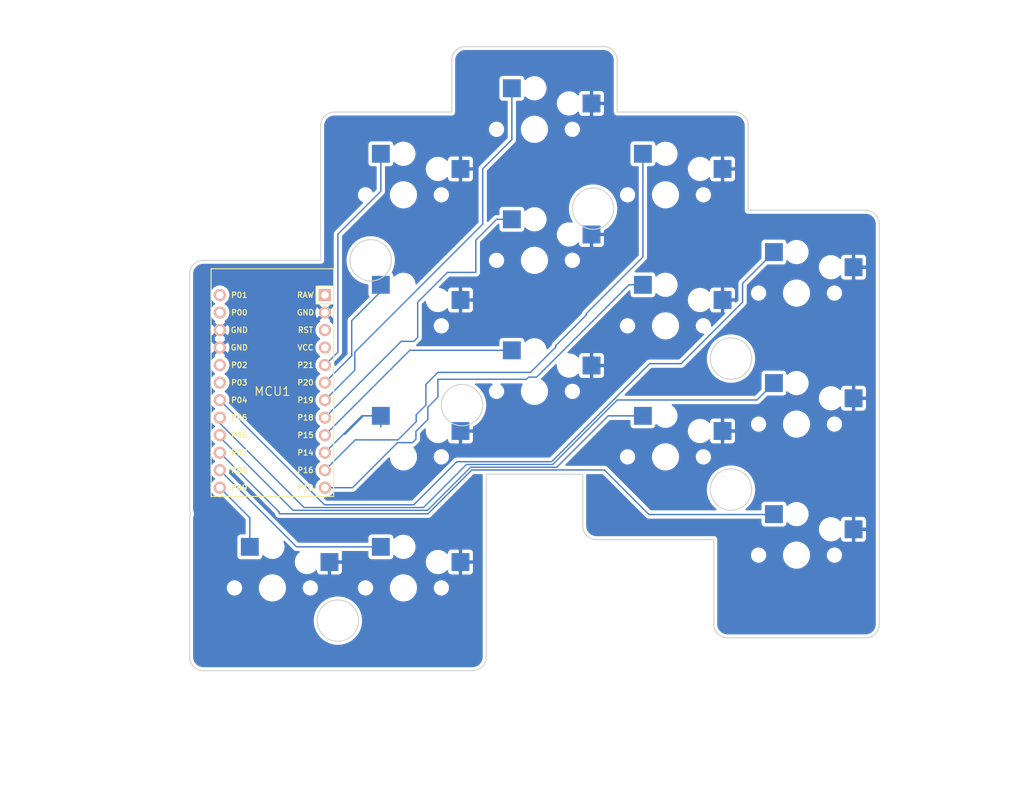
<source format=kicad_pcb>
(kicad_pcb (version 20240108) (generator "pcbnew") (generator_version "8.0")
  (title_block (title "roo_right") (date "2024-11-14") (rev "0.1.0") (company "Reginald Robinson"))
  (layers (0 "F.Cu" signal) (31 "B.Cu" signal) (34 "B.Paste" user) (35 "F.Paste" user) (36 "B.SilkS" user "B.Silkscreen") (37 "F.SilkS" user "F.Silkscreen") (38 "B.Mask" user) (39 "F.Mask" user) (44 "Edge.Cuts" user))
  (net 0 "")
  (net 1 "P7")
  (net 2 "GND")
  (net 3 "P5")
  (net 4 "P4")
  (net 5 "P6")
  (net 6 "P10")
  (net 7 "P16")
  (net 8 "P15")
  (net 9 "P18")
  (net 10 "P19")
  (net 11 "P20")
  (net 12 "P21")
  (net 13 "P8")
  (net 14 "P9")
  (net 15 "RAW")
  (net 16 "RST")
  (net 17 "VCC")
  (net 18 "P14")
  (net 19 "P1")
  (net 20 "P0")
  (net 21 "P2")
  (net 22 "P3")
  (footprint "PG1350" (layer "F.Cu") (at -19 -14.25)
    (property "Reference" "S4" (at 0 0 0) (layer "F.SilkS") (effects (font (size 1.27 1.27))))
    (property "Value" "" (hide yes))
    (pad "" np_thru_hole circle (at -5.5 0) (size 1.7018 1.7018) (drill 1.7018) (layers "*.Cu" "*.Mask"))
    (pad "" np_thru_hole circle (at 0 -5.95) (size 3 3) (drill 3) (layers "*.Cu" "*.Mask"))
    (pad "" np_thru_hole circle (at 0 0) (size 3.429 3.429) (drill 3.429) (layers "*.Cu" "*.Mask"))
    (pad "" np_thru_hole circle (at 5 -3.75) (size 3 3) (drill 3) (layers "*.Cu" "*.Mask"))
    (pad "" np_thru_hole circle (at 5.5 0) (size 1.7018 1.7018) (drill 1.7018) (layers "*.Cu" "*.Mask"))
    (pad "1" smd rect (at -3.275 -5.95) (size 2.6 2.6) (layers "B.Cu" "B.Paste" "B.Mask") (net 5 "P6"))
    (pad "2" smd rect (at 8.275 -3.75) (size 2.6 2.6) (layers "B.Cu" "B.Paste" "B.Mask") (net 2 "GND"))
  )
  (footprint "ProMicro" (layer "F.Cu") (at -76 -23.75 -90)
    (property "Reference" "MCU1" (at 0 0 0) (layer "F.SilkS") (effects (font (size 1.27 1.27))))
    (property "Value" "" (hide yes))
    (fp_line (start -17.78 8.89) (end 15.24 8.89) (stroke (width 0.15)) (layer "F.SilkS"))
    (fp_line (start 15.24 8.89) (end 15.24 -8.89) (stroke (width 0.15)) (layer "F.SilkS"))
    (fp_line (start -15.24 -6.35) (end -12.7 -6.35) (stroke (width 0.15)) (layer "F.SilkS"))
    (fp_line (start -15.24 -6.35) (end -15.24 -8.89) (stroke (width 0.15)) (layer "F.SilkS"))
    (fp_line (start -12.7 -6.35) (end -12.7 -8.89) (stroke (width 0.15)) (layer "F.SilkS"))
    (fp_line (start -17.78 -8.89) (end -17.78 8.89) (stroke (width 0.15)) (layer "F.SilkS"))
    (fp_line (start 15.24 -8.89) (end -17.78 -8.89) (stroke (width 0.15)) (layer "F.SilkS"))
    (fp_text user "RAW" (at -13.97 -4.8 0) (layer "F.SilkS") (effects (font (size 0.8 0.8))))
    (fp_text user "P03" (at -1.27 4.8 0) (layer "F.SilkS") (effects (font (size 0.8 0.8))))
    (fp_text user "P02" (at -3.81 4.8 0) (layer "F.SilkS") (effects (font (size 0.8 0.8))))
    (fp_text user "P07" (at 8.89 4.8 0) (layer "F.SilkS") (effects (font (size 0.8 0.8))))
    (fp_text user "P20" (at -1.27 -4.8 0) (layer "F.SilkS") (effects (font (size 0.8 0.8))))
    (fp_text user "P18" (at 3.81 -4.8 0) (layer "F.SilkS") (effects (font (size 0.8 0.8))))
    (fp_text user "P09" (at 13.97 4.8 0) (layer "F.SilkS") (effects (font (size 0.8 0.8))))
    (fp_text user "VCC" (at -6.35 -4.8 0) (layer "F.SilkS") (effects (font (size 0.8 0.8))))
    (fp_text user "P19" (at 1.27 -4.8 0) (layer "F.SilkS") (effects (font (size 0.8 0.8))))
    (fp_text user "P01" (at -13.97 4.8 0) (layer "F.SilkS") (effects (font (size 0.8 0.8))))
    (fp_text user "P14" (at 8.89 -4.8 0) (layer "F.SilkS") (effects (font (size 0.8 0.8))))
    (fp_text user "P05" (at 3.81 4.8 0) (layer "F.SilkS") (effects (font (size 0.8 0.8))))
    (fp_text user "P08" (at 11.43 4.8 0) (layer "F.SilkS") (effects (font (size 0.8 0.8))))
    (fp_text user "P21" (at -3.81 -4.8 0) (layer "F.SilkS") (effects (font (size 0.8 0.8))))
    (fp_text user "RST" (at -8.89 -4.8 0) (layer "F.SilkS") (effects (font (size 0.8 0.8))))
    (fp_text user "P16" (at 11.43 -4.8 0) (layer "F.SilkS") (effects (font (size 0.8 0.8))))
    (fp_text user "P10" (at 13.97 -4.8 0) (layer "F.SilkS") (effects (font (size 0.8 0.8))))
    (fp_text user "GND" (at -11.43 -4.8 0) (layer "F.SilkS") (effects (font (size 0.8 0.8))))
    (fp_text user "P06" (at 6.35 4.8 0) (layer "F.SilkS") (effects (font (size 0.8 0.8))))
    (fp_text user "P00" (at -11.43 4.8 0) (layer "F.SilkS") (effects (font (size 0.8 0.8))))
    (fp_text user "P15" (at 6.35 -4.8 0) (layer "F.SilkS") (effects (font (size 0.8 0.8))))
    (fp_text user "GND" (at -8.89 4.8 0) (layer "F.SilkS") (effects (font (size 0.8 0.8))))
    (fp_text user "P04" (at 1.27 4.8 0) (layer "F.SilkS") (effects (font (size 0.8 0.8))))
    (fp_text user "GND" (at -6.35 4.8 0) (layer "F.SilkS") (effects (font (size 0.8 0.8))))
    (pad "1" thru_hole rect (at -13.97 -7.62 270) (size 1.7526 1.7526) (drill 1.0922) (layers "*.Cu" "*.SilkS" "*.Mask") (net 15 "RAW"))
    (pad "2" thru_hole circle (at -11.43 -7.62) (size 1.7526 1.7526) (drill 1.0922) (layers "*.Cu" "*.SilkS" "*.Mask") (net 2 "GND"))
    (pad "3" thru_hole circle (at -8.89 -7.62) (size 1.7526 1.7526) (drill 1.0922) (layers "*.Cu" "*.SilkS" "*.Mask") (net 16 "RST"))
    (pad "4" thru_hole circle (at -6.35 -7.62) (size 1.7526 1.7526) (drill 1.0922) (layers "*.Cu" "*.SilkS" "*.Mask") (net 17 "VCC"))
    (pad "5" thru_hole circle (at -3.81 -7.62) (size 1.7526 1.7526) (drill 1.0922) (layers "*.Cu" "*.SilkS" "*.Mask") (net 12 "P21"))
    (pad "6" thru_hole circle (at -1.27 -7.62) (size 1.7526 1.7526) (drill 1.0922) (layers "*.Cu" "*.SilkS" "*.Mask") (net 11 "P20"))
    (pad "7" thru_hole circle (at 1.27 -7.62) (size 1.7526 1.7526) (drill 1.0922) (layers "*.Cu" "*.SilkS" "*.Mask") (net 10 "P19"))
    (pad "8" thru_hole circle (at 3.81 -7.62) (size 1.7526 1.7526) (drill 1.0922) (layers "*.Cu" "*.SilkS" "*.Mask") (net 9 "P18"))
    (pad "9" thru_hole circle (at 6.35 -7.62) (size 1.7526 1.7526) (drill 1.0922) (layers "*.Cu" "*.SilkS" "*.Mask") (net 8 "P15"))
    (pad "10" thru_hole circle (at 8.89 -7.62) (size 1.7526 1.7526) (drill 1.0922) (layers "*.Cu" "*.SilkS" "*.Mask") (net 18 "P14"))
    (pad "11" thru_hole circle (at 11.43 -7.62) (size 1.7526 1.7526) (drill 1.0922) (layers "*.Cu" "*.SilkS" "*.Mask") (net 7 "P16"))
    (pad "12" thru_hole circle (at 13.97 -7.62) (size 1.7526 1.7526) (drill 1.0922) (layers "*.Cu" "*.SilkS" "*.Mask") (net 6 "P10"))
    (pad "13" thru_hole circle (at -13.97 7.62) (size 1.7526 1.7526) (drill 1.0922) (layers "*.Cu" "*.SilkS" "*.Mask") (net 19 "P1"))
    (pad "14" thru_hole circle (at -11.43 7.62) (size 1.7526 1.7526) (drill 1.0922) (layers "*.Cu" "*.SilkS" "*.Mask") (net 20 "P0"))
    (pad "15" thru_hole circle (at -8.89 7.62) (size 1.7526 1.7526) (drill 1.0922) (layers "*.Cu" "*.SilkS" "*.Mask") (net 2 "GND"))
    (pad "16" thru_hole circle (at -6.35 7.62) (size 1.7526 1.7526) (drill 1.0922) (layers "*.Cu" "*.SilkS" "*.Mask") (net 2 "GND"))
    (pad "17" thru_hole circle (at -3.81 7.62) (size 1.7526 1.7526) (drill 1.0922) (layers "*.Cu" "*.SilkS" "*.Mask") (net 21 "P2"))
    (pad "18" thru_hole circle (at -1.27 7.62) (size 1.7526 1.7526) (drill 1.0922) (layers "*.Cu" "*.SilkS" "*.Mask") (net 22 "P3"))
    (pad "19" thru_hole circle (at 1.27 7.62) (size 1.7526 1.7526) (drill 1.0922) (layers "*.Cu" "*.SilkS" "*.Mask") (net 4 "P4"))
    (pad "20" thru_hole circle (at 3.81 7.62) (size 1.7526 1.7526) (drill 1.0922) (layers "*.Cu" "*.SilkS" "*.Mask") (net 3 "P5"))
    (pad "21" thru_hole circle (at 6.35 7.62) (size 1.7526 1.7526) (drill 1.0922) (layers "*.Cu" "*.SilkS" "*.Mask") (net 5 "P6"))
    (pad "22" thru_hole circle (at 8.89 7.62) (size 1.7526 1.7526) (drill 1.0922) (layers "*.Cu" "*.SilkS" "*.Mask") (net 1 "P7"))
    (pad "23" thru_hole circle (at 11.43 7.62) (size 1.7526 1.7526) (drill 1.0922) (layers "*.Cu" "*.SilkS" "*.Mask") (net 13 "P8"))
    (pad "24" thru_hole circle (at 13.97 7.62) (size 1.7526 1.7526) (drill 1.0922) (layers "*.Cu" "*.SilkS" "*.Mask") (net 14 "P9"))
  )
  (footprint "PG1350" (layer "F.Cu") (at -76 4.75)
    (property "Reference" "S14" (at 0 0 0) (layer "F.SilkS") (effects (font (size 1.27 1.27))))
    (property "Value" "" (hide yes))
    (pad "" np_thru_hole circle (at -5.5 0) (size 1.7018 1.7018) (drill 1.7018) (layers "*.Cu" "*.Mask"))
    (pad "" np_thru_hole circle (at 0 -5.95) (size 3 3) (drill 3) (layers "*.Cu" "*.Mask"))
    (pad "" np_thru_hole circle (at 0 0) (size 3.429 3.429) (drill 3.429) (layers "*.Cu" "*.Mask"))
    (pad "" np_thru_hole circle (at 5 -3.75) (size 3 3) (drill 3) (layers "*.Cu" "*.Mask"))
    (pad "" np_thru_hole circle (at 5.5 0) (size 1.7018 1.7018) (drill 1.7018) (layers "*.Cu" "*.Mask"))
    (pad "1" smd rect (at -3.275 -5.95) (size 2.6 2.6) (layers "B.Cu" "B.Paste" "B.Mask") (net 14 "P9"))
    (pad "2" smd rect (at 8.275 -3.75) (size 2.6 2.6) (layers "B.Cu" "B.Paste" "B.Mask") (net 2 "GND"))
  )
  (footprint "PG1350" (layer "F.Cu") (at -19 -33.25)
    (property "Reference" "S5" (at 0 0 0) (layer "F.SilkS") (effects (font (size 1.27 1.27))))
    (property "Value" "" (hide yes))
    (pad "" np_thru_hole circle (at -5.5 0) (size 1.7018 1.7018) (drill 1.7018) (layers "*.Cu" "*.Mask"))
    (pad "" np_thru_hole circle (at 0 -5.95) (size 3 3) (drill 3) (layers "*.Cu" "*.Mask"))
    (pad "" np_thru_hole circle (at 0 0) (size 3.429 3.429) (drill 3.429) (layers "*.Cu" "*.Mask"))
    (pad "" np_thru_hole circle (at 5 -3.75) (size 3 3) (drill 3) (layers "*.Cu" "*.Mask"))
    (pad "" np_thru_hole circle (at 5.5 0) (size 1.7018 1.7018) (drill 1.7018) (layers "*.Cu" "*.Mask"))
    (pad "1" smd rect (at -3.275 -5.95) (size 2.6 2.6) (layers "B.Cu" "B.Paste" "B.Mask") (net 6 "P10"))
    (pad "2" smd rect (at 8.275 -3.75) (size 2.6 2.6) (layers "B.Cu" "B.Paste" "B.Mask") (net 2 "GND"))
  )
  (footprint "PG1350" (layer "F.Cu") (at -57 -14.25)
    (property "Reference" "S10" (at 0 0 0) (layer "F.SilkS") (effects (font (size 1.27 1.27))))
    (property "Value" "" (hide yes))
    (pad "" np_thru_hole circle (at -5.5 0) (size 1.7018 1.7018) (drill 1.7018) (layers "*.Cu" "*.Mask"))
    (pad "" np_thru_hole circle (at 0 -5.95) (size 3 3) (drill 3) (layers "*.Cu" "*.Mask"))
    (pad "" np_thru_hole circle (at 0 0) (size 3.429 3.429) (drill 3.429) (layers "*.Cu" "*.Mask"))
    (pad "" np_thru_hole circle (at 5 -3.75) (size 3 3) (drill 3) (layers "*.Cu" "*.Mask"))
    (pad "" np_thru_hole circle (at 5.5 0) (size 1.7018 1.7018) (drill 1.7018) (layers "*.Cu" "*.Mask"))
    (pad "1" smd rect (at -3.275 -5.95) (size 2.6 2.6) (layers "B.Cu" "B.Paste" "B.Mask") (net 18 "P14"))
    (pad "2" smd rect (at 8.275 -3.75) (size 2.6 2.6) (layers "B.Cu" "B.Paste" "B.Mask") (net 2 "GND"))
  )
  (footprint "PG1350" (layer "F.Cu") (at 0 0)
    (property "Reference" "S1" (at 0 0 0) (layer "F.SilkS") (effects (font (size 1.27 1.27))))
    (property "Value" "" (hide yes))
    (pad "" np_thru_hole circle (at -5.5 0) (size 1.7018 1.7018) (drill 1.7018) (layers "*.Cu" "*.Mask"))
    (pad "" np_thru_hole circle (at 0 -5.95) (size 3 3) (drill 3) (layers "*.Cu" "*.Mask"))
    (pad "" np_thru_hole circle (at 0 0) (size 3.429 3.429) (drill 3.429) (layers "*.Cu" "*.Mask"))
    (pad "" np_thru_hole circle (at 5 -3.75) (size 3 3) (drill 3) (layers "*.Cu" "*.Mask"))
    (pad "" np_thru_hole circle (at 5.5 0) (size 1.7018 1.7018) (drill 1.7018) (layers "*.Cu" "*.Mask"))
    (pad "1" smd rect (at -3.275 -5.95) (size 2.6 2.6) (layers "B.Cu" "B.Paste" "B.Mask") (net 1 "P7"))
    (pad "2" smd rect (at 8.275 -3.75) (size 2.6 2.6) (layers "B.Cu" "B.Paste" "B.Mask") (net 2 "GND"))
  )
  (footprint "PG1350" (layer "F.Cu") (at -57 4.75)
    (property "Reference" "S13" (at 0 0 0) (layer "F.SilkS") (effects (font (size 1.27 1.27))))
    (property "Value" "" (hide yes))
    (pad "" np_thru_hole circle (at -5.5 0) (size 1.7018 1.7018) (drill 1.7018) (layers "*.Cu" "*.Mask"))
    (pad "" np_thru_hole circle (at 0 -5.95) (size 3 3) (drill 3) (layers "*.Cu" "*.Mask"))
    (pad "" np_thru_hole circle (at 0 0) (size 3.429 3.429) (drill 3.429) (layers "*.Cu" "*.Mask"))
    (pad "" np_thru_hole circle (at 5 -3.75) (size 3 3) (drill 3) (layers "*.Cu" "*.Mask"))
    (pad "" np_thru_hole circle (at 5.5 0) (size 1.7018 1.7018) (drill 1.7018) (layers "*.Cu" "*.Mask"))
    (pad "1" smd rect (at -3.275 -5.95) (size 2.6 2.6) (layers "B.Cu" "B.Paste" "B.Mask") (net 13 "P8"))
    (pad "2" smd rect (at 8.275 -3.75) (size 2.6 2.6) (layers "B.Cu" "B.Paste" "B.Mask") (net 2 "GND"))
  )
  (footprint "PG1350" (layer "F.Cu") (at -57 -52.25)
    (property "Reference" "S12" (at 0 0 0) (layer "F.SilkS") (effects (font (size 1.27 1.27))))
    (property "Value" "" (hide yes))
    (pad "" np_thru_hole circle (at -5.5 0) (size 1.7018 1.7018) (drill 1.7018) (layers "*.Cu" "*.Mask"))
    (pad "" np_thru_hole circle (at 0 -5.95) (size 3 3) (drill 3) (layers "*.Cu" "*.Mask"))
    (pad "" np_thru_hole circle (at 0 0) (size 3.429 3.429) (drill 3.429) (layers "*.Cu" "*.Mask"))
    (pad "" np_thru_hole circle (at 5 -3.75) (size 3 3) (drill 3) (layers "*.Cu" "*.Mask"))
    (pad "" np_thru_hole circle (at 5.5 0) (size 1.7018 1.7018) (drill 1.7018) (layers "*.Cu" "*.Mask"))
    (pad "1" smd rect (at -3.275 -5.95) (size 2.6 2.6) (layers "B.Cu" "B.Paste" "B.Mask") (net 12 "P21"))
    (pad "2" smd rect (at 8.275 -3.75) (size 2.6 2.6) (layers "B.Cu" "B.Paste" "B.Mask") (net 2 "GND"))
  )
  (footprint "PG1350" (layer "F.Cu") (at -38 -42.75)
    (property "Reference" "S8" (at 0 0 0) (layer "F.SilkS") (effects (font (size 1.27 1.27))))
    (property "Value" "" (hide yes))
    (pad "" np_thru_hole circle (at -5.5 0) (size 1.7018 1.7018) (drill 1.7018) (layers "*.Cu" "*.Mask"))
    (pad "" np_thru_hole circle (at 0 -5.95) (size 3 3) (drill 3) (layers "*.Cu" "*.Mask"))
    (pad "" np_thru_hole circle (at 0 0) (size 3.429 3.429) (drill 3.429) (layers "*.Cu" "*.Mask"))
    (pad "" np_thru_hole circle (at 5 -3.75) (size 3 3) (drill 3) (layers "*.Cu" "*.Mask"))
    (pad "" np_thru_hole circle (at 5.5 0) (size 1.7018 1.7018) (drill 1.7018) (layers "*.Cu" "*.Mask"))
    (pad "1" smd rect (at -3.275 -5.95) (size 2.6 2.6) (layers "B.Cu" "B.Paste" "B.Mask") (net 9 "P18"))
    (pad "2" smd rect (at 8.275 -3.75) (size 2.6 2.6) (layers "B.Cu" "B.Paste" "B.Mask") (net 2 "GND"))
  )
  (footprint "PG1350" (layer "F.Cu") (at 0 -19)
    (property "Reference" "S2" (at 0 0 0) (layer "F.SilkS") (effects (font (size 1.27 1.27))))
    (property "Value" "" (hide yes))
    (pad "" np_thru_hole circle (at -5.5 0) (size 1.7018 1.7018) (drill 1.7018) (layers "*.Cu" "*.Mask"))
    (pad "" np_thru_hole circle (at 0 -5.95) (size 3 3) (drill 3) (layers "*.Cu" "*.Mask"))
    (pad "" np_thru_hole circle (at 0 0) (size 3.429 3.429) (drill 3.429) (layers "*.Cu" "*.Mask"))
    (pad "" np_thru_hole circle (at 5 -3.75) (size 3 3) (drill 3) (layers "*.Cu" "*.Mask"))
    (pad "" np_thru_hole circle (at 5.5 0) (size 1.7018 1.7018) (drill 1.7018) (layers "*.Cu" "*.Mask"))
    (pad "1" smd rect (at -3.275 -5.95) (size 2.6 2.6) (layers "B.Cu" "B.Paste" "B.Mask") (net 3 "P5"))
    (pad "2" smd rect (at 8.275 -3.75) (size 2.6 2.6) (layers "B.Cu" "B.Paste" "B.Mask") (net 2 "GND"))
  )
  (footprint "PG1350" (layer "F.Cu") (at 0 -38)
    (property "Reference" "S3" (at 0 0 0) (layer "F.SilkS") (effects (font (size 1.27 1.27))))
    (property "Value" "" (hide yes))
    (pad "" np_thru_hole circle (at -5.5 0) (size 1.7018 1.7018) (drill 1.7018) (layers "*.Cu" "*.Mask"))
    (pad "" np_thru_hole circle (at 0 -5.95) (size 3 3) (drill 3) (layers "*.Cu" "*.Mask"))
    (pad "" np_thru_hole circle (at 0 0) (size 3.429 3.429) (drill 3.429) (layers "*.Cu" "*.Mask"))
    (pad "" np_thru_hole circle (at 5 -3.75) (size 3 3) (drill 3) (layers "*.Cu" "*.Mask"))
    (pad "" np_thru_hole circle (at 5.5 0) (size 1.7018 1.7018) (drill 1.7018) (layers "*.Cu" "*.Mask"))
    (pad "1" smd rect (at -3.275 -5.95) (size 2.6 2.6) (layers "B.Cu" "B.Paste" "B.Mask") (net 4 "P4"))
    (pad "2" smd rect (at 8.275 -3.75) (size 2.6 2.6) (layers "B.Cu" "B.Paste" "B.Mask") (net 2 "GND"))
  )
  (footprint "PG1350" (layer "F.Cu") (at -38 -61.75)
    (property "Reference" "S9" (at 0 0 0) (layer "F.SilkS") (effects (font (size 1.27 1.27))))
    (property "Value" "" (hide yes))
    (pad "" np_thru_hole circle (at -5.5 0) (size 1.7018 1.7018) (drill 1.7018) (layers "*.Cu" "*.Mask"))
    (pad "" np_thru_hole circle (at 0 -5.95) (size 3 3) (drill 3) (layers "*.Cu" "*.Mask"))
    (pad "" np_thru_hole circle (at 0 0) (size 3.429 3.429) (drill 3.429) (layers "*.Cu" "*.Mask"))
    (pad "" np_thru_hole circle (at 5 -3.75) (size 3 3) (drill 3) (layers "*.Cu" "*.Mask"))
    (pad "" np_thru_hole circle (at 5.5 0) (size 1.7018 1.7018) (drill 1.7018) (layers "*.Cu" "*.Mask"))
    (pad "1" smd rect (at -3.275 -5.95) (size 2.6 2.6) (layers "B.Cu" "B.Paste" "B.Mask") (net 10 "P19"))
    (pad "2" smd rect (at 8.275 -3.75) (size 2.6 2.6) (layers "B.Cu" "B.Paste" "B.Mask") (net 2 "GND"))
  )
  (footprint "PG1350" (layer "F.Cu") (at -57 -33.25)
    (property "Reference" "S11" (at 0 0 0) (layer "F.SilkS") (effects (font (size 1.27 1.27))))
    (property "Value" "" (hide yes))
    (pad "" np_thru_hole circle (at -5.5 0) (size 1.7018 1.7018) (drill 1.7018) (layers "*.Cu" "*.Mask"))
    (pad "" np_thru_hole circle (at 0 -5.95) (size 3 3) (drill 3) (layers "*.Cu" "*.Mask"))
    (pad "" np_thru_hole circle (at 0 0) (size 3.429 3.429) (drill 3.429) (layers "*.Cu" "*.Mask"))
    (pad "" np_thru_hole circle (at 5 -3.75) (size 3 3) (drill 3) (layers "*.Cu" "*.Mask"))
    (pad "" np_thru_hole circle (at 5.5 0) (size 1.7018 1.7018) (drill 1.7018) (layers "*.Cu" "*.Mask"))
    (pad "1" smd rect (at -3.275 -5.95) (size 2.6 2.6) (layers "B.Cu" "B.Paste" "B.Mask") (net 11 "P20"))
    (pad "2" smd rect (at 8.275 -3.75) (size 2.6 2.6) (layers "B.Cu" "B.Paste" "B.Mask") (net 2 "GND"))
  )
  (footprint "PG1350" (layer "F.Cu") (at -38 -23.75)
    (property "Reference" "S7" (at 0 0 0) (layer "F.SilkS") (effects (font (size 1.27 1.27))))
    (property "Value" "" (hide yes))
    (pad "" np_thru_hole circle (at -5.5 0) (size 1.7018 1.7018) (drill 1.7018) (layers "*.Cu" "*.Mask"))
    (pad "" np_thru_hole circle (at 0 -5.95) (size 3 3) (drill 3) (layers "*.Cu" "*.Mask"))
    (pad "" np_thru_hole circle (at 0 0) (size 3.429 3.429) (drill 3.429) (layers "*.Cu" "*.Mask"))
    (pad "" np_thru_hole circle (at 5 -3.75) (size 3 3) (drill 3) (layers "*.Cu" "*.Mask"))
    (pad "" np_thru_hole circle (at 5.5 0) (size 1.7018 1.7018) (drill 1.7018) (layers "*.Cu" "*.Mask"))
    (pad "1" smd rect (at -3.275 -5.95) (size 2.6 2.6) (layers "B.Cu" "B.Paste" "B.Mask") (net 8 "P15"))
    (pad "2" smd rect (at 8.275 -3.75) (size 2.6 2.6) (layers "B.Cu" "B.Paste" "B.Mask") (net 2 "GND"))
  )
  (footprint "PG1350" (layer "F.Cu") (at -19 -52.25)
    (property "Reference" "S6" (at 0 0 0) (layer "F.SilkS") (effects (font (size 1.27 1.27))))
    (property "Value" "" (hide yes))
    (pad "" np_thru_hole circle (at -5.5 0) (size 1.7018 1.7018) (drill 1.7018) (layers "*.Cu" "*.Mask"))
    (pad "" np_thru_hole circle (at 0 -5.95) (size 3 3) (drill 3) (layers "*.Cu" "*.Mask"))
    (pad "" np_thru_hole circle (at 0 0) (size 3.429 3.429) (drill 3.429) (layers "*.Cu" "*.Mask"))
    (pad "" np_thru_hole circle (at 5 -3.75) (size 3 3) (drill 3) (layers "*.Cu" "*.Mask"))
    (pad "" np_thru_hole circle (at 5.5 0) (size 1.7018 1.7018) (drill 1.7018) (layers "*.Cu" "*.Mask"))
    (pad "1" smd rect (at -3.275 -5.95) (size 2.6 2.6) (layers "B.Cu" "B.Paste" "B.Mask") (net 7 "P16"))
    (pad "2" smd rect (at 8.275 -3.75) (size 2.6 2.6) (layers "B.Cu" "B.Paste" "B.Mask") (net 2 "GND"))
  )
  (gr_line (start -50 -71.75) (end -50 -64.25) (stroke (width 0.15)) (layer "Edge.Cuts"))
  (gr_circle (center -9.5 -9.5) (end -6.5 -9.5) (stroke (width 0.15)) (fill none) (layer "Edge.Cuts"))
  (gr_line (start -88 -5.25) (end -88 14.75) (stroke (width 0.15)) (layer "Edge.Cuts"))
  (gr_line (start 12 10) (end 12 -48) (stroke (width 0.15)) (layer "Edge.Cuts"))
  (gr_arc (start -50 -71.75) (mid -49.414214 -73.164214) (end -48 -73.75) (stroke (width 0.15)) (layer "Edge.Cuts"))
  (gr_line (start -9 -64.25) (end -26 -64.25) (stroke (width 0.15)) (layer "Edge.Cuts"))
  (gr_arc (start -86 16.75) (mid -87.414214 16.164214) (end -88 14.75) (stroke (width 0.15)) (layer "Edge.Cuts"))
  (gr_line (start -69 -42.75) (end -86 -42.75) (stroke (width 0.15)) (layer "Edge.Cuts"))
  (gr_line (start -28 -73.75) (end -48 -73.75) (stroke (width 0.15)) (layer "Edge.Cuts"))
  (gr_arc (start -29 -2.25) (mid -30.414214 -2.835786) (end -31 -4.25) (stroke (width 0.15)) (layer "Edge.Cuts"))
  (gr_circle (center -66.5 9.5) (end -63.5 9.5) (stroke (width 0.15)) (fill none) (layer "Edge.Cuts"))
  (gr_line (start 10 -50) (end -7 -50) (stroke (width 0.15)) (layer "Edge.Cuts"))
  (gr_line (start -88 -40.75) (end -88 -6.75) (stroke (width 0.15)) (layer "Edge.Cuts"))
  (gr_arc (start -10 12) (mid -11.414214 11.414214) (end -12 10) (stroke (width 0.15)) (layer "Edge.Cuts"))
  (gr_arc (start -28 -73.75) (mid -26.585786 -73.164214) (end -26 -71.75) (stroke (width 0.15)) (layer "Edge.Cuts"))
  (gr_circle (center -29.5 -50.25) (end -26.5 -50.25) (stroke (width 0.15)) (fill none) (layer "Edge.Cuts"))
  (gr_arc (start -88 -5.25) (mid -87.963173 -5.632034) (end -87.85405 -6) (stroke (width 0.15)) (layer "Edge.Cuts"))
  (gr_arc (start 12 10) (mid 11.414214 11.414214) (end 10 12) (stroke (width 0.15)) (layer "Edge.Cuts"))
  (gr_line (start -69 -42.75) (end -69 -62.25) (stroke (width 0.15)) (layer "Edge.Cuts"))
  (gr_arc (start -88 -40.75) (mid -87.414214 -42.164214) (end -86 -42.75) (stroke (width 0.15)) (layer "Edge.Cuts"))
  (gr_arc (start -87.85405 -6) (mid -87.963173 -6.367966) (end -88 -6.75) (stroke (width 0.15)) (layer "Edge.Cuts"))
  (gr_line (start -31 -11.75) (end -31 -4.25) (stroke (width 0.15)) (layer "Edge.Cuts"))
  (gr_arc (start -45 14.75) (mid -45.585786 16.164214) (end -47 16.75) (stroke (width 0.15)) (layer "Edge.Cuts"))
  (gr_line (start -29 -2.25) (end -12 -2.25) (stroke (width 0.15)) (layer "Edge.Cuts"))
  (gr_line (start -12 -2.25) (end -12 10) (stroke (width 0.15)) (layer "Edge.Cuts"))
  (gr_line (start -10 12) (end 10 12) (stroke (width 0.15)) (layer "Edge.Cuts"))
  (gr_line (start -45 14.75) (end -45 -11.75) (stroke (width 0.15)) (layer "Edge.Cuts"))
  (gr_line (start -50 -64.25) (end -67 -64.25) (stroke (width 0.15)) (layer "Edge.Cuts"))
  (gr_circle (center -48.5 -21.75) (end -45.5 -21.75) (stroke (width 0.15)) (fill none) (layer "Edge.Cuts"))
  (gr_line (start -26 -64.25) (end -26 -71.75) (stroke (width 0.15)) (layer "Edge.Cuts"))
  (gr_line (start -45 -11.75) (end -31 -11.75) (stroke (width 0.15)) (layer "Edge.Cuts"))
  (gr_line (start -7 -50) (end -7 -62.25) (stroke (width 0.15)) (layer "Edge.Cuts"))
  (gr_line (start -86 16.75) (end -47 16.75) (stroke (width 0.15)) (layer "Edge.Cuts"))
  (gr_arc (start -69 -62.25) (mid -68.414214 -63.664214) (end -67 -64.25) (stroke (width 0.15)) (layer "Edge.Cuts"))
  (gr_circle (center -61.75 -42.75) (end -58.75 -42.75) (stroke (width 0.15)) (fill none) (layer "Edge.Cuts"))
  (gr_arc (start 10 -50) (mid 11.414214 -49.414214) (end 12 -48) (stroke (width 0.15)) (layer "Edge.Cuts"))
  (gr_circle (center -9.5 -28.5) (end -6.5 -28.5) (stroke (width 0.15)) (fill none) (layer "Edge.Cuts"))
  (gr_arc (start -9 -64.25) (mid -7.585786 -63.664214) (end -7 -62.25) (stroke (width 0.15)) (layer "Edge.Cuts"))
  (segment (start -3.333567 -5.891433) (end -21.391433 -5.891433) (width 0.2) (layer "B.Cu") (net 1))
  (segment (start -21.391433 -5.891433) (end -27.85 -12.35) (width 0.2) (layer "B.Cu") (net 1))
  (segment (start -75 -6) (end -75 -6.24) (width 0.2) (layer "B.Cu") (net 1))
  (segment (start -53.434314 -6) (end -75 -6) (width 0.2) (layer "B.Cu") (net 1))
  (segment (start -47.084314 -12.35) (end -53.434314 -6) (width 0.2) (layer "B.Cu") (net 1))
  (segment (start -75 -6.24) (end -83.62 -14.86) (width 0.2) (layer "B.Cu") (net 1))
  (segment (start -27.85 -12.35) (end -47.084314 -12.35) (width 0.2) (layer "B.Cu") (net 1))
  (segment (start -3.275 -5.95) (end -3.333567 -5.891433) (width 0.2) (layer "B.Cu") (net 1))
  (segment (start -54.1 -6.9) (end -71.4 -6.9) (width 0.2) (layer "B.Cu") (net 3))
  (segment (start -5.725 -22.5) (end -26 -22.5) (width 0.2) (layer "B.Cu") (net 3))
  (segment (start -83.62 -19.12) (end -83.62 -19.94) (width 0.2) (layer "B.Cu") (net 3))
  (segment (start -71.4 -6.9) (end -83.62 -19.12) (width 0.2) (layer "B.Cu") (net 3))
  (segment (start -47.85 -13.15) (end -54.1 -6.9) (width 0.2) (layer "B.Cu") (net 3))
  (segment (start -3.275 -24.95) (end -5.725 -22.5) (width 0.2) (layer "B.Cu") (net 3))
  (segment (start -26 -22.5) (end -35.35 -13.15) (width 0.2) (layer "B.Cu") (net 3))
  (segment (start -35.35 -13.15) (end -47.85 -13.15) (width 0.2) (layer "B.Cu") (net 3))
  (segment (start -35.515686 -13.55) (end -49.25 -13.55) (width 0.2) (layer "B.Cu") (net 4))
  (segment (start -49.25 -13.55) (end -55.5 -7.3) (width 0.2) (layer "B.Cu") (net 4))
  (segment (start -7.8239 -36.6761) (end -7.8239 -39.4011) (width 0.2) (layer "B.Cu") (net 4))
  (segment (start -68.44 -7.3) (end -83.62 -22.48) (width 0.2) (layer "B.Cu") (net 4))
  (segment (start -55.5 -7.3) (end -68.44 -7.3) (width 0.2) (layer "B.Cu") (net 4))
  (segment (start -16.7338 -27.7662) (end -7.8239 -36.6761) (width 0.2) (layer "B.Cu") (net 4))
  (segment (start -7.8239 -39.4011) (end -3.275 -43.95) (width 0.2) (layer "B.Cu") (net 4))
  (segment (start -21.299486 -27.7662) (end -35.515686 -13.55) (width 0.2) (layer "B.Cu") (net 4))
  (segment (start -16.7338 -27.7662) (end -21.299486 -27.7662) (width 0.2) (layer "B.Cu") (net 4))
  (segment (start -22.275 -20.2) (end -27.3 -20.2) (width 0.2) (layer "B.Cu") (net 5))
  (segment (start -83.62 -17.12) (end -83.62 -17.4) (width 0.2) (layer "B.Cu") (net 5))
  (segment (start -27.3 -20.2) (end -34.75 -12.75) (width 0.2) (layer "B.Cu") (net 5))
  (segment (start -53.5 -6.5) (end -73 -6.5) (width 0.2) (layer "B.Cu") (net 5))
  (segment (start -34.75 -12.75) (end -47.25 -12.75) (width 0.2) (layer "B.Cu") (net 5))
  (segment (start -73 -6.5) (end -83.62 -17.12) (width 0.2) (layer "B.Cu") (net 5))
  (segment (start -47.25 -12.75) (end -53.5 -6.5) (width 0.2) (layer "B.Cu") (net 5))
  (segment (start -38.855144 -25.8145) (end -39.169644 -25.5) (width 0.2) (layer "B.Cu") (net 6))
  (segment (start -52 -25.5) (end -52 -22.9221) (width 0.2) (layer "B.Cu") (net 6))
  (segment (start -24.3 -39.2) (end -37.6855 -25.8145) (width 0.2) (layer "B.Cu") (net 6))
  (segment (start -52 -22.9221) (end -53.4576 -21.4645) (width 0.2) (layer "B.Cu") (net 6))
  (segment (start -55.6855 -16.3145) (end -57.855144 -16.3145) (width 0.2) (layer "B.Cu") (net 6))
  (segment (start -53.4576 -19.6782) (end -55.1863 -17.9495) (width 0.2) (layer "B.Cu") (net 6))
  (segment (start -39.169644 -25.5) (end -52 -25.5) (width 0.2) (layer "B.Cu") (net 6))
  (segment (start -57.855144 -16.3145) (end -64.389644 -9.78) (width 0.2) (layer "B.Cu") (net 6))
  (segment (start -55.1863 -17.9495) (end -55.1863 -16.8137) (width 0.2) (layer "B.Cu") (net 6))
  (segment (start -64.389644 -9.78) (end -68.38 -9.78) (width 0.2) (layer "B.Cu") (net 6))
  (segment (start -53.4576 -21.4645) (end -53.4576 -19.6782) (width 0.2) (layer "B.Cu") (net 6))
  (segment (start -37.6855 -25.8145) (end -38.855144 -25.8145) (width 0.2) (layer "B.Cu") (net 6))
  (segment (start -55.1863 -16.8137) (end -55.6855 -16.3145) (width 0.2) (layer "B.Cu") (net 6))
  (segment (start -22.275 -39.2) (end -24.3 -39.2) (width 0.2) (layer "B.Cu") (net 6))
  (segment (start -22.275 -58.2) (end -22.275 -43.225) (width 0.2) (layer "B.Cu") (net 7))
  (segment (start -53.743893 -21.756107) (end -55.15 -20.35) (width 0.2) (layer "B.Cu") (net 7))
  (segment (start -30.5 -35) (end -30.5 -34.806386) (width 0.2) (layer "B.Cu") (net 7))
  (segment (start -34.903193 -30.403193) (end -34.903193 -30.180512) (width 0.2) (layer "B.Cu") (net 7))
  (segment (start -55.15 -20.35) (end -55.15 -19.35) (width 0.2) (layer "B.Cu") (net 7))
  (segment (start -53.743893 -24.756107) (end -53.743893 -21.756107) (width 0.2) (layer "B.Cu") (net 7))
  (segment (start -30.5 -34.806386) (end -34.903193 -30.403193) (width 0.2) (layer "B.Cu") (net 7))
  (segment (start -38.583705 -26.5) (end -52 -26.5) (width 0.2) (layer "B.Cu") (net 7))
  (segment (start -34.903193 -30.180512) (end -38.583705 -26.5) (width 0.2) (layer "B.Cu") (net 7))
  (segment (start -22.275 -43.225) (end -30.5 -35) (width 0.2) (layer "B.Cu") (net 7))
  (segment (start -57.7855 -16.7145) (end -63.9855 -16.7145) (width 0.2) (layer "B.Cu") (net 7))
  (segment (start -63.9855 -16.7145) (end -68.38 -12.32) (width 0.2) (layer "B.Cu") (net 7))
  (segment (start -55.15 -19.35) (end -57.7855 -16.7145) (width 0.2) (layer "B.Cu") (net 7))
  (segment (start -52 -26.5) (end -53.743893 -24.756107) (width 0.2) (layer "B.Cu") (net 7))
  (segment (start -41.275 -29.7) (end -42.8767 -29.7) (width 0.2) (layer "B.Cu") (net 8))
  (segment (start -56.08 -29.7) (end -42.8767 -29.7) (width 0.2) (layer "B.Cu") (net 8))
  (segment (start -68.38 -17.4) (end -56.08 -29.7) (width 0.2) (layer "B.Cu") (net 8))
  (segment (start -55.5 -31) (end -57.32 -31) (width 0.2) (layer "B.Cu") (net 9))
  (segment (start -41.275 -48.7) (end -43.4792 -48.7) (width 0.2) (layer "B.Cu") (net 9))
  (segment (start -50.616295 -41) (end -54.9355 -36.680795) (width 0.2) (layer "B.Cu") (net 9))
  (segment (start -43.4792 -48.7) (end -46.5 -45.6792) (width 0.2) (layer "B.Cu") (net 9))
  (segment (start -54.9355 -31.5645) (end -55.5 -31) (width 0.2) (layer "B.Cu") (net 9))
  (segment (start -46.5 -45.6792) (end -46.5 -41) (width 0.2) (layer "B.Cu") (net 9))
  (segment (start -46.5 -41) (end -50.616295 -41) (width 0.2) (layer "B.Cu") (net 9))
  (segment (start -54.9355 -36.680795) (end -54.9355 -31.5645) (width 0.2) (layer "B.Cu") (net 9))
  (segment (start -57.32 -31) (end -68.38 -19.94) (width 0.2) (layer "B.Cu") (net 9))
  (segment (start -64.05 -26.81) (end -68.38 -22.48) (width 0.2) (layer "B.Cu") (net 10))
  (segment (start -45.5 -56.025) (end -45.5 -48) (width 0.2) (layer "B.Cu") (net 10))
  (segment (start -64.05 -29.45) (end -64.05 -26.81) (width 0.2) (layer "B.Cu") (net 10))
  (segment (start -41.275 -60.25) (end -45.5 -56.025) (width 0.2) (layer "B.Cu") (net 10))
  (segment (start -45.5 -48) (end -64.05 -29.45) (width 0.2) (layer "B.Cu") (net 10))
  (segment (start -41.275 -67.7) (end -41.275 -60.25) (width 0.2) (layer "B.Cu") (net 10))
  (segment (start -60.275 -38.225) (end -64.5 -34) (width 0.2) (layer "B.Cu") (net 11))
  (segment (start -64.5 -29) (end -64.45 -28.95) (width 0.2) (layer "B.Cu") (net 11))
  (segment (start -68.38 -25.02) (end -64.45 -28.95) (width 0.2) (layer "B.Cu") (net 11))
  (segment (start -60.275 -39.2) (end -60.275 -38.225) (width 0.2) (layer "B.Cu") (net 11))
  (segment (start -64.5 -34) (end -64.5 -29) (width 0.2) (layer "B.Cu") (net 11))
  (segment (start -66.5 -46.551671) (end -66.5 -29.44) (width 0.2) (layer "B.Cu") (net 12))
  (segment (start -66.5 -29.44) (end -68.38 -27.56) (width 0.2) (layer "B.Cu") (net 12))
  (segment (start -60.275 -58.2) (end -60.275 -52.776671) (width 0.2) (layer "B.Cu") (net 12))
  (segment (start -60.275 -52.776671) (end -66.5 -46.551671) (width 0.2) (layer "B.Cu") (net 12))
  (segment (start -72.5 -1.2) (end -83.62 -12.32) (width 0.2) (layer "B.Cu") (net 13))
  (segment (start -60.275 -1.2) (end -72.5 -1.2) (width 0.2) (layer "B.Cu") (net 13))
  (segment (start -79.275 -1.2) (end -79.275 -5.435) (width 0.2) (layer "B.Cu") (net 14))
  (segment (start -79.275 -5.435) (end -83.62 -9.78) (width 0.2) (layer "B.Cu") (net 14))
  (segment (start -60.275 -20.2) (end -62.8 -20.2) (width 0.2) (layer "B.Cu") (net 18))
  (segment (start -60.275 -20.2) (end -60.275 -18.5983) (width 0.2) (layer "B.Cu") (net 18))
  (segment (start -60.275 -20.2) (end -63.04 -20.2) (width 0.2) (layer "B.Cu") (net 18))
  (segment (start -63.04 -20.2) (end -68.38 -14.86) (width 0.2) (layer "B.Cu") (net 18))
  (segment (start -62.8 -20.2) (end -65.5 -17.5) (width 0.2) (layer "B.Cu") (net 18))
  (zone (net 2) (net_name "GND") (layer "B.Cu") (connect_pads (clearance 0.5)) (min_thickness 0.25) (fill yes (thermal_gap 0.5) (thermal_bridge_width 0.5))
    (polygon (pts (xy -114.5 -74.5) (xy -115.5 34.5) (xy 33 25.5) (xy 29.5 -80.5)))
  )
)
</source>
